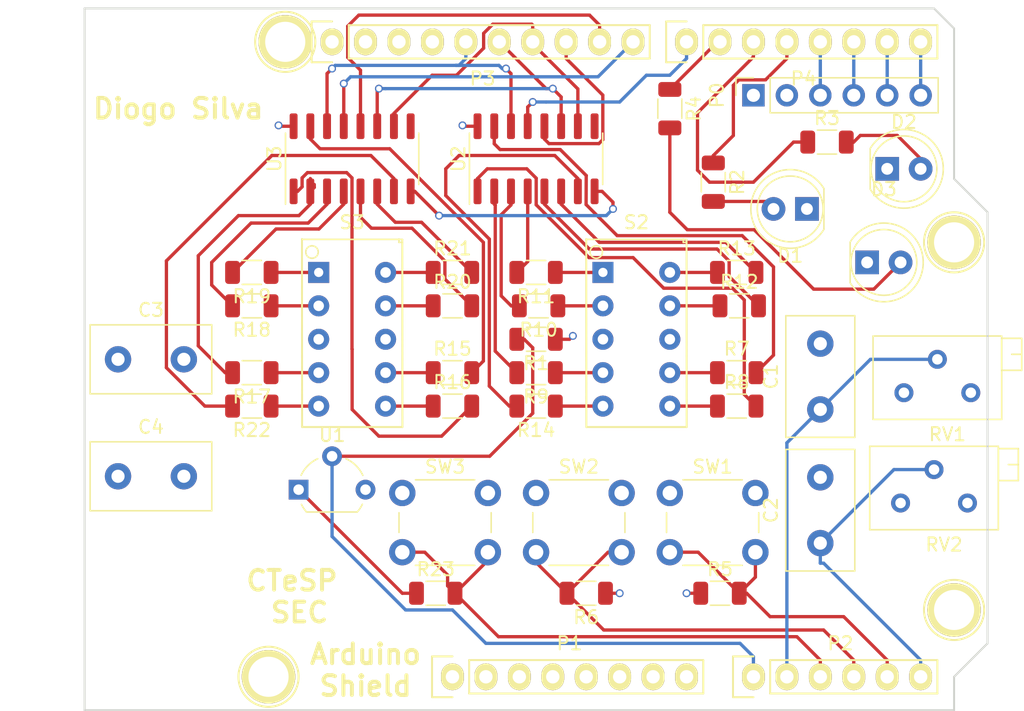
<source format=kicad_pcb>
(kicad_pcb (version 20171130) (host pcbnew "(5.1.7)-1")
  (title_block (date "lun. 30 mars 2015"))
  (layers (0 Pistas_Cima signal) (1 Layer_for_Ground power hide) (2 Layer_for_+5V power hide) (31 Pistas_Baixo signal) (34 B.Paste user) (35 F.Paste user) (36 B.SilkS user) (37 F.SilkS user) (38 B.Mask user) (39 F.Mask user) (44 Edge.Cuts user))
  (net 0 "")
  (net 1 +5V)
  (net 2 GND)
  (net 3 /Potenciometro/Pot1)
  (net 4 /Potenciometro/Pot2)
  (net 5 "Net-(D1-Pad2)")
  (net 6 "Net-(D2-Pad2)")
  (net 7 "Net-(D3-Pad2)")
  (net 8 "/Bluetooth + Serial/BT2")
  (net 9 "/Bluetooth + Serial/BT1")
  (net 10 "/Bluetooth + Serial/TX")
  (net 11 "/Bluetooth + Serial/RX")
  (net 12 "/Shield Arduino Uno/Temp")
  (net 13 /Button/Key0)
  (net 14 /Button/Key1)
  (net 15 /Button/Key2)
  (net 16 /LCD_7Segm/SData)
  (net 17 /LCD_7Segm/SClk)
  (net 18 /LCD_7Segm/Clear)
  (net 19 /LCD_7Segm/LE1)
  (net 20 "/Shield Arduino Uno/LE1")
  (net 21 /LCD_7Segm/OE2)
  (net 22 /LCD_7Segm/OE1)
  (net 23 /LED/LED2)
  (net 24 /LED/LED1)
  (net 25 /LED/LED0)
  (net 26 "Net-(R7-Pad1)")
  (net 27 "Net-(R7-Pad2)")
  (net 28 "Net-(R8-Pad2)")
  (net 29 "Net-(R8-Pad1)")
  (net 30 "Net-(R9-Pad1)")
  (net 31 "Net-(R9-Pad2)")
  (net 32 "Net-(R10-Pad1)")
  (net 33 "Net-(R10-Pad2)")
  (net 34 "Net-(R11-Pad2)")
  (net 35 "Net-(R11-Pad1)")
  (net 36 "Net-(R12-Pad2)")
  (net 37 "Net-(R12-Pad1)")
  (net 38 "Net-(R13-Pad1)")
  (net 39 "Net-(R13-Pad2)")
  (net 40 "Net-(R14-Pad2)")
  (net 41 "Net-(R14-Pad1)")
  (net 42 "Net-(R15-Pad1)")
  (net 43 "Net-(R15-Pad2)")
  (net 44 "Net-(R16-Pad2)")
  (net 45 "Net-(R16-Pad1)")
  (net 46 "Net-(R17-Pad1)")
  (net 47 "Net-(R17-Pad2)")
  (net 48 "Net-(R18-Pad1)")
  (net 49 "Net-(R18-Pad2)")
  (net 50 "Net-(R19-Pad1)")
  (net 51 "Net-(R19-Pad2)")
  (net 52 "Net-(R20-Pad2)")
  (net 53 "Net-(R20-Pad1)")
  (net 54 "Net-(R21-Pad1)")
  (net 55 "Net-(R21-Pad2)")
  (net 56 "Net-(R22-Pad2)")
  (net 57 "Net-(R22-Pad1)")
  (net 58 "Net-(P1-Pad1)")
  (net 59 "Net-(P1-Pad2)")
  (net 60 "Net-(P1-Pad3)")
  (net 61 "Net-(P1-Pad4)")
  (net 62 "Net-(P1-Pad8)")
  (net 63 "/Shield Arduino Uno/SCL")
  (net 64 "/Shield Arduino Uno/SDA")
  (net 65 "/Shield Arduino Uno/AREF")
  (net 66 "Net-(P5-Pad1)")
  (net 67 "Net-(P6-Pad1)")
  (net 68 "Net-(P7-Pad1)")
  (net 69 "Net-(P8-Pad1)")
  (net 70 "Net-(U2-Pad9)")
  (net 71 "Net-(U3-Pad9)")
  (module Package_TO_SOT_THT:TO-92L_Wide (layer Pistas_Cima) (at 127.254 109.601)
    (fp_text reference U1 (at 2.55 -4.15) (layer F.SilkS))
    (fp_text value DS1820)
    (pad 2 thru_hole circle (at 2.54 -2.54) (size 1.5 1.5) (drill 0.8) (layers *.Cu *.Mask) (net 12 "/Shield Arduino Uno/Temp"))
    (pad 3 thru_hole circle (at 5.08 0) (size 1.5 1.5) (drill 0.8) (layers *.Cu *.Mask) (net 1 +5V))
    (pad 1 thru_hole rect (at 0 0) (size 1.5 1.5) (drill 0.8) (layers *.Cu *.Mask) (net 2 GND))
  )
  (module Resistor_SMD:R_1206_3216Metric (layer Pistas_Cima) (at 145.288 98.171 180)
    (fp_text reference R1 (at 0 -1.82) (layer F.SilkS))
    (fp_text value 4K7)
    (pad 1 smd roundrect (at -1.4625 0 180) (size 1.125 1.75) (layers Pistas_Cima F.Paste F.Mask) (roundrect_rratio 0.222222) (net 1 +5V))
    (pad 2 smd roundrect (at 1.4625 0 180) (size 1.125 1.75) (layers Pistas_Cima F.Paste F.Mask) (roundrect_rratio 0.222222) (net 12 "/Shield Arduino Uno/Temp"))
  )
  (module Resistor_SMD:R_1206_3216Metric (layer Pistas_Cima) (at 123.698 95.631 180)
    (fp_text reference R18 (at 0 -1.82) (layer F.SilkS))
    (fp_text value 270)
    (pad 1 smd roundrect (at -1.4625 0 180) (size 1.125 1.75) (layers Pistas_Cima F.Paste F.Mask) (roundrect_rratio 0.222222) (net 48 "Net-(R18-Pad1)"))
    (pad 2 smd roundrect (at 1.4625 0 180) (size 1.125 1.75) (layers Pistas_Cima F.Paste F.Mask) (roundrect_rratio 0.222222) (net 49 "Net-(R18-Pad2)"))
  )
  (module LED_THT:LED_D5.0mm (layer Pistas_Cima) (at 165.862 88.265 180)
    (fp_text reference D1 (at 1.27 -3.56) (layer F.SilkS))
    (fp_text value Green)
    (pad 2 thru_hole circle (at 2.54 0 180) (size 1.8 1.8) (drill 0.9) (layers *.Cu *.Mask) (net 5 "Net-(D1-Pad2)"))
    (pad 1 thru_hole rect (at 0 0 180) (size 1.8 1.8) (drill 0.9) (layers *.Cu *.Mask) (net 2 GND))
  )
  (module LED_THT:LED_D5.0mm (layer Pistas_Cima) (at 171.958 85.217)
    (fp_text reference D2 (at 1.27 -3.56) (layer F.SilkS))
    (fp_text value Yellow)
    (pad 2 thru_hole circle (at 2.54 0) (size 1.8 1.8) (drill 0.9) (layers *.Cu *.Mask) (net 6 "Net-(D2-Pad2)"))
    (pad 1 thru_hole rect (at 0 0) (size 1.8 1.8) (drill 0.9) (layers *.Cu *.Mask) (net 2 GND))
  )
  (module LED_THT:LED_D5.0mm (layer Pistas_Cima) (at 170.434 92.329)
    (fp_text reference D3 (at 1.27 -5.56) (layer F.SilkS))
    (fp_text value RED)
    (pad 2 thru_hole circle (at 2.54 0) (size 1.8 1.8) (drill 0.9) (layers *.Cu *.Mask) (net 7 "Net-(D3-Pad2)"))
    (pad 1 thru_hole rect (at 0 0) (size 1.8 1.8) (drill 0.9) (layers *.Cu *.Mask) (net 2 GND))
  )
  (module Package_SO:SOIC-16_3.9x9.9mm_P1.27mm (layer Pistas_Cima) (at 145.288 84.455 90)
    (fp_text reference U2 (at 0 -5.9 90) (layer F.SilkS))
    (fp_text value 74HC595)
    (pad 1 smd roundrect (at -2.475 -4.445 90) (size 1.95 0.6) (layers Pistas_Cima F.Paste F.Mask) (net 28 "Net-(R8-Pad2)"))
    (pad 2 smd roundrect (at -2.475 -3.175 90) (size 1.95 0.6) (layers Pistas_Cima F.Paste F.Mask) (net 31 "Net-(R9-Pad2)"))
    (pad 3 smd roundrect (at -2.475 -1.905 90) (size 1.95 0.6) (layers Pistas_Cima F.Paste F.Mask) (net 33 "Net-(R10-Pad2)"))
    (pad 4 smd roundrect (at -2.475 -0.635 90) (size 1.95 0.6) (layers Pistas_Cima F.Paste F.Mask) (net 34 "Net-(R11-Pad2)"))
    (pad 5 smd roundrect (at -2.475 0.635 90) (size 1.95 0.6) (layers Pistas_Cima F.Paste F.Mask) (net 36 "Net-(R12-Pad2)"))
    (pad 6 smd roundrect (at -2.475 1.905 90) (size 1.95 0.6) (layers Pistas_Cima F.Paste F.Mask) (net 39 "Net-(R13-Pad2)"))
    (pad 7 smd roundrect (at -2.475 3.175 90) (size 1.95 0.6) (layers Pistas_Cima F.Paste F.Mask) (net 40 "Net-(R14-Pad2)"))
    (pad 8 smd roundrect (at -2.475 4.445 90) (size 1.95 0.6) (layers Pistas_Cima F.Paste F.Mask) (net 2 GND))
    (pad 9 smd roundrect (at 2.475 4.445 90) (size 1.95 0.6) (layers Pistas_Cima F.Paste F.Mask) (net 70 "Net-(U2-Pad9)"))
    (pad 10 smd roundrect (at 2.475 3.175 90) (size 1.95 0.6) (layers Pistas_Cima F.Paste F.Mask) (net 18 /LCD_7Segm/Clear))
    (pad 11 smd roundrect (at 2.475 1.905 90) (size 1.95 0.6) (layers Pistas_Cima F.Paste F.Mask) (net 17 /LCD_7Segm/SClk))
    (pad 12 smd roundrect (at 2.475 0.635 90) (size 1.95 0.6) (layers Pistas_Cima F.Paste F.Mask) (net 19 /LCD_7Segm/LE1))
    (pad 13 smd roundrect (at 2.475 -0.635 90) (size 1.95 0.6) (layers Pistas_Cima F.Paste F.Mask) (net 22 /LCD_7Segm/OE1))
    (pad 14 smd roundrect (at 2.475 -1.905 90) (size 1.95 0.6) (layers Pistas_Cima F.Paste F.Mask) (net 16 /LCD_7Segm/SData))
    (pad 15 smd roundrect (at 2.475 -3.175 90) (size 1.95 0.6) (layers Pistas_Cima F.Paste F.Mask) (net 27 "Net-(R7-Pad2)"))
    (pad 16 smd roundrect (at 2.475 -4.445 90) (size 1.95 0.6) (layers Pistas_Cima F.Paste F.Mask) (net 1 +5V))
  )
  (module Capacitor_THT:C_Disc_D9.0mm_W5.0mm_P5.00mm (layer Pistas_Cima) (at 113.538 99.695)
    (fp_text reference C3 (at 2.5 -3.75) (layer F.SilkS))
    (fp_text value 100nF)
    (pad 2 thru_hole circle (at 5 0) (size 2 2) (drill 1) (layers *.Cu *.Mask) (net 2 GND))
    (pad 1 thru_hole circle (at 0 0) (size 2 2) (drill 1) (layers *.Cu *.Mask) (net 1 +5V))
  )
  (module Socket_Arduino_Uno:Socket_Strip_Arduino_1x08 (layer Pistas_Cima) (at 138.938 123.825)
    (fp_text reference P1 (at 8.89 -2.54) (layer F.SilkS))
    (fp_text value Power)
    (pad 1 thru_hole oval (at 0 0) (size 1.7272 2.032) (drill 1.016) (layers *.Cu *.Mask F.SilkS) (net 58 "Net-(P1-Pad1)"))
    (pad 2 thru_hole oval (at 2.54 0) (size 1.7272 2.032) (drill 1.016) (layers *.Cu *.Mask F.SilkS) (net 59 "Net-(P1-Pad2)"))
    (pad 3 thru_hole oval (at 5.08 0) (size 1.7272 2.032) (drill 1.016) (layers *.Cu *.Mask F.SilkS) (net 60 "Net-(P1-Pad3)"))
    (pad 4 thru_hole oval (at 7.62 0) (size 1.7272 2.032) (drill 1.016) (layers *.Cu *.Mask F.SilkS) (net 61 "Net-(P1-Pad4)"))
    (pad 5 thru_hole oval (at 10.16 0) (size 1.7272 2.032) (drill 1.016) (layers *.Cu *.Mask F.SilkS) (net 1 +5V))
    (pad 6 thru_hole oval (at 12.7 0) (size 1.7272 2.032) (drill 1.016) (layers *.Cu *.Mask F.SilkS) (net 2 GND))
    (pad 7 thru_hole oval (at 15.24 0) (size 1.7272 2.032) (drill 1.016) (layers *.Cu *.Mask F.SilkS) (net 2 GND))
    (pad 8 thru_hole oval (at 17.78 0) (size 1.7272 2.032) (drill 1.016) (layers *.Cu *.Mask F.SilkS) (net 62 "Net-(P1-Pad8)"))
  )
  (module Socket_Arduino_Uno:Socket_Strip_Arduino_1x06 (layer Pistas_Cima) (at 161.798 123.825)
    (fp_text reference P2 (at 6.604 -2.54) (layer F.SilkS))
    (fp_text value Analog)
    (pad 1 thru_hole oval (at 0 0) (size 1.7272 2.032) (drill 1.016) (layers *.Cu *.Mask F.SilkS) (net 12 "/Shield Arduino Uno/Temp"))
    (pad 2 thru_hole oval (at 2.54 0) (size 1.7272 2.032) (drill 1.016) (layers *.Cu *.Mask F.SilkS) (net 3 /Potenciometro/Pot1))
    (pad 3 thru_hole oval (at 5.08 0) (size 1.7272 2.032) (drill 1.016) (layers *.Cu *.Mask F.SilkS) (net 13 /Button/Key0))
    (pad 4 thru_hole oval (at 7.62 0) (size 1.7272 2.032) (drill 1.016) (layers *.Cu *.Mask F.SilkS) (net 14 /Button/Key1))
    (pad 5 thru_hole oval (at 10.16 0) (size 1.7272 2.032) (drill 1.016) (layers *.Cu *.Mask F.SilkS) (net 15 /Button/Key2))
    (pad 6 thru_hole oval (at 12.7 0) (size 1.7272 2.032) (drill 1.016) (layers *.Cu *.Mask F.SilkS) (net 4 /Potenciometro/Pot2))
  )
  (module Socket_Arduino_Uno:Socket_Strip_Arduino_1x10 (layer Pistas_Cima) (at 129.794 75.565)
    (fp_text reference P3 (at 11.43 2.794) (layer F.SilkS))
    (fp_text value Digital)
    (pad 1 thru_hole oval (at 0 0) (size 1.7272 2.032) (drill 1.016) (layers *.Cu *.Mask F.SilkS) (net 63 "/Shield Arduino Uno/SCL"))
    (pad 2 thru_hole oval (at 2.54 0) (size 1.7272 2.032) (drill 1.016) (layers *.Cu *.Mask F.SilkS) (net 64 "/Shield Arduino Uno/SDA"))
    (pad 3 thru_hole oval (at 5.08 0) (size 1.7272 2.032) (drill 1.016) (layers *.Cu *.Mask F.SilkS) (net 65 "/Shield Arduino Uno/AREF"))
    (pad 4 thru_hole oval (at 7.62 0) (size 1.7272 2.032) (drill 1.016) (layers *.Cu *.Mask F.SilkS) (net 2 GND))
    (pad 5 thru_hole oval (at 10.16 0) (size 1.7272 2.032) (drill 1.016) (layers *.Cu *.Mask F.SilkS) (net 16 /LCD_7Segm/SData))
    (pad 6 thru_hole oval (at 12.7 0) (size 1.7272 2.032) (drill 1.016) (layers *.Cu *.Mask F.SilkS) (net 17 /LCD_7Segm/SClk))
    (pad 7 thru_hole oval (at 15.24 0) (size 1.7272 2.032) (drill 1.016) (layers *.Cu *.Mask F.SilkS) (net 18 /LCD_7Segm/Clear))
    (pad 8 thru_hole oval (at 17.78 0) (size 1.7272 2.032) (drill 1.016) (layers *.Cu *.Mask F.SilkS) (net 19 /LCD_7Segm/LE1))
    (pad 9 thru_hole oval (at 20.32 0) (size 1.7272 2.032) (drill 1.016) (layers *.Cu *.Mask F.SilkS) (net 20 "/Shield Arduino Uno/LE1"))
    (pad 10 thru_hole oval (at 22.86 0) (size 1.7272 2.032) (drill 1.016) (layers *.Cu *.Mask F.SilkS) (net 21 /LCD_7Segm/OE2))
  )
  (module Socket_Arduino_Uno:Socket_Strip_Arduino_1x08 (layer Pistas_Cima) (at 156.718 75.565)
    (fp_text reference P4 (at 8.89 2.794) (layer F.SilkS))
    (fp_text value Digital)
    (pad 1 thru_hole oval (at 0 0) (size 1.7272 2.032) (drill 1.016) (layers *.Cu *.Mask F.SilkS) (net 22 /LCD_7Segm/OE1))
    (pad 2 thru_hole oval (at 2.54 0) (size 1.7272 2.032) (drill 1.016) (layers *.Cu *.Mask F.SilkS) (net 23 /LED/LED2))
    (pad 3 thru_hole oval (at 5.08 0) (size 1.7272 2.032) (drill 1.016) (layers *.Cu *.Mask F.SilkS) (net 24 /LED/LED1))
    (pad 4 thru_hole oval (at 7.62 0) (size 1.7272 2.032) (drill 1.016) (layers *.Cu *.Mask F.SilkS) (net 25 /LED/LED0))
    (pad 5 thru_hole oval (at 10.16 0) (size 1.7272 2.032) (drill 1.016) (layers *.Cu *.Mask F.SilkS) (net 8 "/Bluetooth + Serial/BT2"))
    (pad 6 thru_hole oval (at 12.7 0) (size 1.7272 2.032) (drill 1.016) (layers *.Cu *.Mask F.SilkS) (net 9 "/Bluetooth + Serial/BT1"))
    (pad 7 thru_hole oval (at 15.24 0) (size 1.7272 2.032) (drill 1.016) (layers *.Cu *.Mask F.SilkS) (net 10 "/Bluetooth + Serial/TX"))
    (pad 8 thru_hole oval (at 17.78 0) (size 1.7272 2.032) (drill 1.016) (layers *.Cu *.Mask F.SilkS) (net 11 "/Bluetooth + Serial/RX"))
  )
  (module Socket_Arduino_Uno:Arduino_1pin (layer Pistas_Cima) (at 124.968 123.825)
    (fp_text reference P5 hide)
    (fp_text value CONN_01X01 hide)
    (pad 1 thru_hole circle (at 0 0) (size 4.064 4.064) (drill 3.048) (layers *.Cu *.Mask F.SilkS) (net 66 "Net-(P5-Pad1)"))
  )
  (module Socket_Arduino_Uno:Arduino_1pin (layer Pistas_Cima) (at 177.038 118.745)
    (fp_text reference P6 hide)
    (fp_text value CONN_01X01 hide)
    (pad 1 thru_hole circle (at 0 0) (size 4.064 4.064) (drill 3.048) (layers *.Cu *.Mask F.SilkS) (net 67 "Net-(P6-Pad1)"))
  )
  (module Socket_Arduino_Uno:Arduino_1pin (layer Pistas_Cima) (at 126.238 75.565)
    (fp_text reference P7 hide)
    (fp_text value CONN_01X01 hide)
    (pad 1 thru_hole circle (at 0 0) (size 4.064 4.064) (drill 3.048) (layers *.Cu *.Mask F.SilkS) (net 68 "Net-(P7-Pad1)"))
  )
  (module Socket_Arduino_Uno:Arduino_1pin (layer Pistas_Cima) (at 177.038 90.805)
    (fp_text reference P8 hide)
    (fp_text value CONN_01X01 hide)
    (pad 1 thru_hole circle (at 0 0) (size 4.064 4.064) (drill 3.048) (layers *.Cu *.Mask F.SilkS) (net 69 "Net-(P8-Pad1)"))
  )
  (module Capacitor_THT:C_Disc_D9.0mm_W5.0mm_P5.00mm (layer Pistas_Cima) (at 166.878 103.505 90)
    (fp_text reference C1 (at 2.5 -3.75 90) (layer F.SilkS))
    (fp_text value 100nF)
    (pad 1 thru_hole circle (at 0 0 90) (size 2 2) (drill 1) (layers *.Cu *.Mask) (net 3 /Potenciometro/Pot1))
    (pad 2 thru_hole circle (at 5 0 90) (size 2 2) (drill 1) (layers *.Cu *.Mask) (net 2 GND))
  )
  (module Capacitor_THT:C_Disc_D9.0mm_W5.0mm_P5.00mm (layer Pistas_Cima) (at 166.878 113.665 90)
    (fp_text reference C2 (at 2.5 -3.75 90) (layer F.SilkS))
    (fp_text value 100nF)
    (pad 2 thru_hole circle (at 5 0 90) (size 2 2) (drill 1) (layers *.Cu *.Mask) (net 2 GND))
    (pad 1 thru_hole circle (at 0 0 90) (size 2 2) (drill 1) (layers *.Cu *.Mask) (net 4 /Potenciometro/Pot2))
  )
  (module Capacitor_THT:C_Disc_D9.0mm_W5.0mm_P5.00mm (layer Pistas_Cima) (at 113.538 108.585)
    (fp_text reference C4 (at 2.5 -3.75) (layer F.SilkS))
    (fp_text value 100nF)
    (pad 1 thru_hole circle (at 0 0) (size 2 2) (drill 1) (layers *.Cu *.Mask) (net 1 +5V))
    (pad 2 thru_hole circle (at 5 0) (size 2 2) (drill 1) (layers *.Cu *.Mask) (net 2 GND))
  )
  (module Connector_PinSocket_2.54mm:PinSocket_1x06_P2.54mm_Vertical (layer Pistas_Cima) (at 161.798 79.629 90)
    (fp_text reference P0 (at 0 -2.77 90) (layer F.SilkS))
    (fp_text value "Bluetooth + Serial")
    (pad 1 thru_hole rect (at 0 0 90) (size 1.7 1.7) (drill 1) (layers *.Cu *.Mask) (net 1 +5V))
    (pad 2 thru_hole oval (at 0 2.54 90) (size 1.7 1.7) (drill 1) (layers *.Cu *.Mask) (net 2 GND))
    (pad 3 thru_hole oval (at 0 5.08 90) (size 1.7 1.7) (drill 1) (layers *.Cu *.Mask) (net 8 "/Bluetooth + Serial/BT2"))
    (pad 4 thru_hole oval (at 0 7.62 90) (size 1.7 1.7) (drill 1) (layers *.Cu *.Mask) (net 9 "/Bluetooth + Serial/BT1"))
    (pad 5 thru_hole oval (at 0 10.16 90) (size 1.7 1.7) (drill 1) (layers *.Cu *.Mask) (net 10 "/Bluetooth + Serial/TX"))
    (pad 6 thru_hole oval (at 0 12.7 90) (size 1.7 1.7) (drill 1) (layers *.Cu *.Mask) (net 11 "/Bluetooth + Serial/RX"))
  )
  (module Resistor_SMD:R_1206_3216Metric (layer Pistas_Cima) (at 158.75 86.233 270)
    (fp_text reference R2 (at 0 -1.82 90) (layer F.SilkS))
    (fp_text value 270)
    (pad 2 smd roundrect (at 1.4625 0 270) (size 1.125 1.75) (layers Pistas_Cima F.Paste F.Mask) (roundrect_rratio 0.222222) (net 5 "Net-(D1-Pad2)"))
    (pad 1 smd roundrect (at -1.4625 0 270) (size 1.125 1.75) (layers Pistas_Cima F.Paste F.Mask) (roundrect_rratio 0.222222) (net 25 /LED/LED0))
  )
  (module Resistor_SMD:R_1206_3216Metric (layer Pistas_Cima) (at 167.386 83.185)
    (fp_text reference R3 (at 0 -1.82) (layer F.SilkS))
    (fp_text value 270)
    (pad 1 smd roundrect (at -1.4625 0) (size 1.125 1.75) (layers Pistas_Cima F.Paste F.Mask) (roundrect_rratio 0.222222) (net 24 /LED/LED1))
    (pad 2 smd roundrect (at 1.4625 0) (size 1.125 1.75) (layers Pistas_Cima F.Paste F.Mask) (roundrect_rratio 0.222222) (net 6 "Net-(D2-Pad2)"))
  )
  (module Resistor_SMD:R_1206_3216Metric (layer Pistas_Cima) (at 155.448 80.645 270)
    (fp_text reference R4 (at 0 -1.82 90) (layer F.SilkS))
    (fp_text value 270)
    (pad 2 smd roundrect (at 1.4625 0 270) (size 1.125 1.75) (layers Pistas_Cima F.Paste F.Mask) (roundrect_rratio 0.222222) (net 7 "Net-(D3-Pad2)"))
    (pad 1 smd roundrect (at -1.4625 0 270) (size 1.125 1.75) (layers Pistas_Cima F.Paste F.Mask) (roundrect_rratio 0.222222) (net 23 /LED/LED2))
  )
  (module Resistor_SMD:R_1206_3216Metric (layer Pistas_Cima) (at 159.258 117.475)
    (fp_text reference R5 (at 0 -1.82) (layer F.SilkS))
    (fp_text value 4K7)
    (pad 2 smd roundrect (at 1.4625 0) (size 1.125 1.75) (layers Pistas_Cima F.Paste F.Mask) (roundrect_rratio 0.222222) (net 15 /Button/Key2))
    (pad 1 smd roundrect (at -1.4625 0) (size 1.125 1.75) (layers Pistas_Cima F.Paste F.Mask) (roundrect_rratio 0.222222) (net 2 GND))
  )
  (module Resistor_SMD:R_1206_3216Metric (layer Pistas_Cima) (at 149.098 117.475 180)
    (fp_text reference R6 (at 0 -1.82) (layer F.SilkS))
    (fp_text value 4K7)
    (pad 2 smd roundrect (at 1.4625 0 180) (size 1.125 1.75) (layers Pistas_Cima F.Paste F.Mask) (roundrect_rratio 0.222222) (net 14 /Button/Key1))
    (pad 1 smd roundrect (at -1.4625 0 180) (size 1.125 1.75) (layers Pistas_Cima F.Paste F.Mask) (roundrect_rratio 0.222222) (net 2 GND))
  )
  (module Resistor_SMD:R_1206_3216Metric (layer Pistas_Cima) (at 160.528 100.711)
    (fp_text reference R7 (at 0 -1.82) (layer F.SilkS))
    (fp_text value 270)
    (pad 1 smd roundrect (at -1.4625 0) (size 1.125 1.75) (layers Pistas_Cima F.Paste F.Mask) (roundrect_rratio 0.222222) (net 26 "Net-(R7-Pad1)"))
    (pad 2 smd roundrect (at 1.4625 0) (size 1.125 1.75) (layers Pistas_Cima F.Paste F.Mask) (roundrect_rratio 0.222222) (net 27 "Net-(R7-Pad2)"))
  )
  (module Resistor_SMD:R_1206_3216Metric (layer Pistas_Cima) (at 160.528 103.251)
    (fp_text reference R8 (at 0 -1.82) (layer F.SilkS))
    (fp_text value 270)
    (pad 2 smd roundrect (at 1.4625 0) (size 1.125 1.75) (layers Pistas_Cima F.Paste F.Mask) (roundrect_rratio 0.222222) (net 28 "Net-(R8-Pad2)"))
    (pad 1 smd roundrect (at -1.4625 0) (size 1.125 1.75) (layers Pistas_Cima F.Paste F.Mask) (roundrect_rratio 0.222222) (net 29 "Net-(R8-Pad1)"))
  )
  (module Resistor_SMD:R_1206_3216Metric (layer Pistas_Cima) (at 145.288 100.711 180)
    (fp_text reference R9 (at 0 -1.82) (layer F.SilkS))
    (fp_text value 270)
    (pad 1 smd roundrect (at -1.4625 0 180) (size 1.125 1.75) (layers Pistas_Cima F.Paste F.Mask) (roundrect_rratio 0.222222) (net 30 "Net-(R9-Pad1)"))
    (pad 2 smd roundrect (at 1.4625 0 180) (size 1.125 1.75) (layers Pistas_Cima F.Paste F.Mask) (roundrect_rratio 0.222222) (net 31 "Net-(R9-Pad2)"))
  )
  (module Resistor_SMD:R_1206_3216Metric (layer Pistas_Cima) (at 145.4805 95.631 180)
    (fp_text reference R10 (at 0 -1.82) (layer F.SilkS))
    (fp_text value 270)
    (pad 1 smd roundrect (at -1.4625 0 180) (size 1.125 1.75) (layers Pistas_Cima F.Paste F.Mask) (roundrect_rratio 0.222222) (net 32 "Net-(R10-Pad1)"))
    (pad 2 smd roundrect (at 1.4625 0 180) (size 1.125 1.75) (layers Pistas_Cima F.Paste F.Mask) (roundrect_rratio 0.222222) (net 33 "Net-(R10-Pad2)"))
  )
  (module Resistor_SMD:R_1206_3216Metric (layer Pistas_Cima) (at 145.288 93.091 180)
    (fp_text reference R11 (at 0 -1.82) (layer F.SilkS))
    (fp_text value 270)
    (pad 2 smd roundrect (at 1.4625 0 180) (size 1.125 1.75) (layers Pistas_Cima F.Paste F.Mask) (roundrect_rratio 0.222222) (net 34 "Net-(R11-Pad2)"))
    (pad 1 smd roundrect (at -1.4625 0 180) (size 1.125 1.75) (layers Pistas_Cima F.Paste F.Mask) (roundrect_rratio 0.222222) (net 35 "Net-(R11-Pad1)"))
  )
  (module Resistor_SMD:R_1206_3216Metric (layer Pistas_Cima) (at 160.7205 95.631)
    (fp_text reference R12 (at 0 -1.82) (layer F.SilkS))
    (fp_text value 270)
    (pad 2 smd roundrect (at 1.4625 0) (size 1.125 1.75) (layers Pistas_Cima F.Paste F.Mask) (roundrect_rratio 0.222222) (net 36 "Net-(R12-Pad2)"))
    (pad 1 smd roundrect (at -1.4625 0) (size 1.125 1.75) (layers Pistas_Cima F.Paste F.Mask) (roundrect_rratio 0.222222) (net 37 "Net-(R12-Pad1)"))
  )
  (module Resistor_SMD:R_1206_3216Metric (layer Pistas_Cima) (at 160.528 93.091)
    (fp_text reference R13 (at 0 -1.82) (layer F.SilkS))
    (fp_text value 270)
    (pad 1 smd roundrect (at -1.4625 0) (size 1.125 1.75) (layers Pistas_Cima F.Paste F.Mask) (roundrect_rratio 0.222222) (net 38 "Net-(R13-Pad1)"))
    (pad 2 smd roundrect (at 1.4625 0) (size 1.125 1.75) (layers Pistas_Cima F.Paste F.Mask) (roundrect_rratio 0.222222) (net 39 "Net-(R13-Pad2)"))
  )
  (module Resistor_SMD:R_1206_3216Metric (layer Pistas_Cima) (at 145.288 103.251 180)
    (fp_text reference R14 (at 0 -1.82) (layer F.SilkS))
    (fp_text value 270)
    (pad 2 smd roundrect (at 1.4625 0 180) (size 1.125 1.75) (layers Pistas_Cima F.Paste F.Mask) (roundrect_rratio 0.222222) (net 40 "Net-(R14-Pad2)"))
    (pad 1 smd roundrect (at -1.4625 0 180) (size 1.125 1.75) (layers Pistas_Cima F.Paste F.Mask) (roundrect_rratio 0.222222) (net 41 "Net-(R14-Pad1)"))
  )
  (module Resistor_SMD:R_1206_3216Metric (layer Pistas_Cima) (at 138.938 100.711)
    (fp_text reference R15 (at 0 -1.82) (layer F.SilkS))
    (fp_text value 270)
    (pad 1 smd roundrect (at -1.4625 0) (size 1.125 1.75) (layers Pistas_Cima F.Paste F.Mask) (roundrect_rratio 0.222222) (net 42 "Net-(R15-Pad1)"))
    (pad 2 smd roundrect (at 1.4625 0) (size 1.125 1.75) (layers Pistas_Cima F.Paste F.Mask) (roundrect_rratio 0.222222) (net 43 "Net-(R15-Pad2)"))
  )
  (module Resistor_SMD:R_1206_3216Metric (layer Pistas_Cima) (at 138.938 103.251)
    (fp_text reference R16 (at 0 -1.82) (layer F.SilkS))
    (fp_text value 270)
    (pad 2 smd roundrect (at 1.4625 0) (size 1.125 1.75) (layers Pistas_Cima F.Paste F.Mask) (roundrect_rratio 0.222222) (net 44 "Net-(R16-Pad2)"))
    (pad 1 smd roundrect (at -1.4625 0) (size 1.125 1.75) (layers Pistas_Cima F.Paste F.Mask) (roundrect_rratio 0.222222) (net 45 "Net-(R16-Pad1)"))
  )
  (module Resistor_SMD:R_1206_3216Metric (layer Pistas_Cima) (at 123.698 100.711 180)
    (fp_text reference R17 (at 0 -1.82) (layer F.SilkS))
    (fp_text value 270)
    (pad 1 smd roundrect (at -1.4625 0 180) (size 1.125 1.75) (layers Pistas_Cima F.Paste F.Mask) (roundrect_rratio 0.222222) (net 46 "Net-(R17-Pad1)"))
    (pad 2 smd roundrect (at 1.4625 0 180) (size 1.125 1.75) (layers Pistas_Cima F.Paste F.Mask) (roundrect_rratio 0.222222) (net 47 "Net-(R17-Pad2)"))
  )
  (module Resistor_SMD:R_1206_3216Metric (layer Pistas_Cima) (at 123.698 93.091 180)
    (fp_text reference R19 (at 0 -1.82) (layer F.SilkS))
    (fp_text value 270)
    (pad 1 smd roundrect (at -1.4625 0 180) (size 1.125 1.75) (layers Pistas_Cima F.Paste F.Mask) (roundrect_rratio 0.222222) (net 50 "Net-(R19-Pad1)"))
    (pad 2 smd roundrect (at 1.4625 0 180) (size 1.125 1.75) (layers Pistas_Cima F.Paste F.Mask) (roundrect_rratio 0.222222) (net 51 "Net-(R19-Pad2)"))
  )
  (module Resistor_SMD:R_1206_3216Metric (layer Pistas_Cima) (at 138.938 95.631)
    (fp_text reference R20 (at 0 -1.82) (layer F.SilkS))
    (fp_text value 270)
    (pad 2 smd roundrect (at 1.4625 0) (size 1.125 1.75) (layers Pistas_Cima F.Paste F.Mask) (roundrect_rratio 0.222222) (net 52 "Net-(R20-Pad2)"))
    (pad 1 smd roundrect (at -1.4625 0) (size 1.125 1.75) (layers Pistas_Cima F.Paste F.Mask) (roundrect_rratio 0.222222) (net 53 "Net-(R20-Pad1)"))
  )
  (module Resistor_SMD:R_1206_3216Metric (layer Pistas_Cima) (at 138.938 93.091)
    (fp_text reference R21 (at 0 -1.82) (layer F.SilkS))
    (fp_text value 270)
    (pad 1 smd roundrect (at -1.4625 0) (size 1.125 1.75) (layers Pistas_Cima F.Paste F.Mask) (roundrect_rratio 0.222222) (net 54 "Net-(R21-Pad1)"))
    (pad 2 smd roundrect (at 1.4625 0) (size 1.125 1.75) (layers Pistas_Cima F.Paste F.Mask) (roundrect_rratio 0.222222) (net 55 "Net-(R21-Pad2)"))
  )
  (module Resistor_SMD:R_1206_3216Metric (layer Pistas_Cima) (at 123.698 103.251 180)
    (fp_text reference R22 (at 0 -1.82) (layer F.SilkS))
    (fp_text value 270)
    (pad 2 smd roundrect (at 1.4625 0 180) (size 1.125 1.75) (layers Pistas_Cima F.Paste F.Mask) (roundrect_rratio 0.222222) (net 56 "Net-(R22-Pad2)"))
    (pad 1 smd roundrect (at -1.4625 0 180) (size 1.125 1.75) (layers Pistas_Cima F.Paste F.Mask) (roundrect_rratio 0.222222) (net 57 "Net-(R22-Pad1)"))
  )
  (module Resistor_SMD:R_1206_3216Metric (layer Pistas_Cima) (at 137.668 117.475)
    (fp_text reference R23 (at 0 -1.82) (layer F.SilkS))
    (fp_text value 4K7)
    (pad 1 smd roundrect (at -1.4625 0) (size 1.125 1.75) (layers Pistas_Cima F.Paste F.Mask) (roundrect_rratio 0.222222) (net 2 GND))
    (pad 2 smd roundrect (at 1.4625 0) (size 1.125 1.75) (layers Pistas_Cima F.Paste F.Mask) (roundrect_rratio 0.222222) (net 13 /Button/Key0))
  )
  (module Potentiometer_THT:Potentiometer_Bourns_3299Z_Horizontal (layer Pistas_Cima) (at 173.228 102.235 180)
    (fp_text reference RV1 (at -3.3 -3.16) (layer F.SilkS))
    (fp_text value POT)
    (pad 3 thru_hole circle (at -5.08 0 180) (size 1.44 1.44) (drill 0.8) (layers *.Cu *.Mask) (net 1 +5V))
    (pad 2 thru_hole circle (at -2.54 2.54 180) (size 1.44 1.44) (drill 0.8) (layers *.Cu *.Mask) (net 3 /Potenciometro/Pot1))
    (pad 1 thru_hole circle (at 0 0 180) (size 1.44 1.44) (drill 0.8) (layers *.Cu *.Mask) (net 2 GND))
  )
  (module Potentiometer_THT:Potentiometer_Bourns_3299Z_Horizontal (layer Pistas_Cima) (at 172.974 110.617 180)
    (fp_text reference RV2 (at -3.3 -3.16) (layer F.SilkS))
    (fp_text value POT)
    (pad 1 thru_hole circle (at 0 0 180) (size 1.44 1.44) (drill 0.8) (layers *.Cu *.Mask) (net 1 +5V))
    (pad 2 thru_hole circle (at -2.54 2.54 180) (size 1.44 1.44) (drill 0.8) (layers *.Cu *.Mask) (net 4 /Potenciometro/Pot2))
    (pad 3 thru_hole circle (at -5.08 0 180) (size 1.44 1.44) (drill 0.8) (layers *.Cu *.Mask) (net 2 GND))
  )
  (module Lab5-Diogo_Silva:7Segments11 (layer Pistas_Cima) (at 152.908 90.551)
    (fp_text reference S2 (at 0 -1.27) (layer F.SilkS))
    (fp_text value LCD_7Segmentos)
    (pad 8 thru_hole circle (at 2.54 7.62) (size 1.6 1.6) (drill 0.8) (layers *.Cu *.Mask) (net 1 +5V))
    (pad 1 thru_hole rect (at -2.54 2.54) (size 1.6 1.6) (drill 0.7) (layers *.Cu *.Mask) (net 35 "Net-(R11-Pad1)"))
    (pad 5 thru_hole circle (at -2.54 12.7) (size 1.6 1.6) (drill 0.8) (layers *.Cu *.Mask) (net 41 "Net-(R14-Pad1)"))
    (pad 6 thru_hole circle (at 2.54 12.7) (size 1.6 1.6) (drill 0.8) (layers *.Cu *.Mask) (net 29 "Net-(R8-Pad1)"))
    (pad 10 thru_hole circle (at 2.54 2.54) (size 1.6 1.6) (drill 0.8) (layers *.Cu *.Mask) (net 38 "Net-(R13-Pad1)"))
    (pad 9 thru_hole circle (at 2.54 5.08) (size 1.6 1.6) (drill 0.8) (layers *.Cu *.Mask) (net 37 "Net-(R12-Pad1)"))
    (pad 4 thru_hole circle (at -2.54 10.16) (size 1.6 1.6) (drill 0.8) (layers *.Cu *.Mask) (net 30 "Net-(R9-Pad1)"))
    (pad 7 thru_hole circle (at 2.54 10.16) (size 1.6 1.6) (drill 0.8) (layers *.Cu *.Mask) (net 26 "Net-(R7-Pad1)"))
    (pad 3 thru_hole circle (at -2.54 7.62) (size 1.6 1.6) (drill 0.8) (layers *.Cu *.Mask) (net 1 +5V))
    (pad 2 thru_hole circle (at -2.54 5.08) (size 1.6 1.6) (drill 0.8) (layers *.Cu *.Mask) (net 32 "Net-(R10-Pad1)"))
  )
  (module Lab5-Diogo_Silva:7Segments11 (layer Pistas_Cima) (at 131.318 90.551)
    (fp_text reference S3 (at 0 -1.27) (layer F.SilkS))
    (fp_text value LCD_7Segmentos)
    (pad 2 thru_hole circle (at -2.54 5.08) (size 1.6 1.6) (drill 0.8) (layers *.Cu *.Mask) (net 48 "Net-(R18-Pad1)"))
    (pad 3 thru_hole circle (at -2.54 7.62) (size 1.6 1.6) (drill 0.8) (layers *.Cu *.Mask) (net 1 +5V))
    (pad 7 thru_hole circle (at 2.54 10.16) (size 1.6 1.6) (drill 0.8) (layers *.Cu *.Mask) (net 42 "Net-(R15-Pad1)"))
    (pad 4 thru_hole circle (at -2.54 10.16) (size 1.6 1.6) (drill 0.8) (layers *.Cu *.Mask) (net 46 "Net-(R17-Pad1)"))
    (pad 9 thru_hole circle (at 2.54 5.08) (size 1.6 1.6) (drill 0.8) (layers *.Cu *.Mask) (net 53 "Net-(R20-Pad1)"))
    (pad 10 thru_hole circle (at 2.54 2.54) (size 1.6 1.6) (drill 0.8) (layers *.Cu *.Mask) (net 54 "Net-(R21-Pad1)"))
    (pad 6 thru_hole circle (at 2.54 12.7) (size 1.6 1.6) (drill 0.8) (layers *.Cu *.Mask) (net 45 "Net-(R16-Pad1)"))
    (pad 5 thru_hole circle (at -2.54 12.7) (size 1.6 1.6) (drill 0.8) (layers *.Cu *.Mask) (net 57 "Net-(R22-Pad1)"))
    (pad 1 thru_hole rect (at -2.54 2.54) (size 1.6 1.6) (drill 0.7) (layers *.Cu *.Mask) (net 50 "Net-(R19-Pad1)"))
    (pad 8 thru_hole circle (at 2.54 7.62) (size 1.6 1.6) (drill 0.8) (layers *.Cu *.Mask) (net 1 +5V))
  )
  (module Button_Switch_THT:SW_PUSH_6mm_H4.3mm (layer Pistas_Cima) (at 155.448 109.855)
    (fp_text reference SW1 (at 3.25 -2) (layer F.SilkS))
    (fp_text value SW_Push)
    (pad 2 thru_hole circle (at 0 4.5 90) (size 2 2) (drill 1.1) (layers *.Cu *.Mask) (net 15 /Button/Key2))
    (pad 1 thru_hole circle (at 0 0 90) (size 2 2) (drill 1.1) (layers *.Cu *.Mask) (net 1 +5V))
    (pad 2 thru_hole circle (at 6.5 4.5 90) (size 2 2) (drill 1.1) (layers *.Cu *.Mask) (net 15 /Button/Key2))
    (pad 1 thru_hole circle (at 6.5 0 90) (size 2 2) (drill 1.1) (layers *.Cu *.Mask) (net 1 +5V))
  )
  (module Button_Switch_THT:SW_PUSH_6mm_H4.3mm (layer Pistas_Cima) (at 145.288 109.855)
    (fp_text reference SW2 (at 3.25 -2) (layer F.SilkS))
    (fp_text value SW_Push)
    (pad 1 thru_hole circle (at 6.5 0 90) (size 2 2) (drill 1.1) (layers *.Cu *.Mask) (net 1 +5V))
    (pad 2 thru_hole circle (at 6.5 4.5 90) (size 2 2) (drill 1.1) (layers *.Cu *.Mask) (net 14 /Button/Key1))
    (pad 1 thru_hole circle (at 0 0 90) (size 2 2) (drill 1.1) (layers *.Cu *.Mask) (net 1 +5V))
    (pad 2 thru_hole circle (at 0 4.5 90) (size 2 2) (drill 1.1) (layers *.Cu *.Mask) (net 14 /Button/Key1))
  )
  (module Button_Switch_THT:SW_PUSH_6mm_H4.3mm (layer Pistas_Cima) (at 135.128 109.855)
    (fp_text reference SW3 (at 3.25 -2) (layer F.SilkS))
    (fp_text value SW_Push)
    (pad 2 thru_hole circle (at 0 4.5 90) (size 2 2) (drill 1.1) (layers *.Cu *.Mask) (net 13 /Button/Key0))
    (pad 1 thru_hole circle (at 0 0 90) (size 2 2) (drill 1.1) (layers *.Cu *.Mask) (net 1 +5V))
    (pad 2 thru_hole circle (at 6.5 4.5 90) (size 2 2) (drill 1.1) (layers *.Cu *.Mask) (net 13 /Button/Key0))
    (pad 1 thru_hole circle (at 6.5 0 90) (size 2 2) (drill 1.1) (layers *.Cu *.Mask) (net 1 +5V))
  )
  (module Package_SO:SOIC-16_3.9x9.9mm_P1.27mm (layer Pistas_Cima) (at 131.318 84.455 90)
    (fp_text reference U3 (at 0 -5.9 90) (layer F.SilkS))
    (fp_text value 74HC595)
    (pad 16 smd roundrect (at 2.475 -4.445 90) (size 1.95 0.6) (layers Pistas_Cima F.Paste F.Mask) (net 1 +5V))
    (pad 15 smd roundrect (at 2.475 -3.175 90) (size 1.95 0.6) (layers Pistas_Cima F.Paste F.Mask) (net 43 "Net-(R15-Pad2)"))
    (pad 14 smd roundrect (at 2.475 -1.905 90) (size 1.95 0.6) (layers Pistas_Cima F.Paste F.Mask) (net 16 /LCD_7Segm/SData))
    (pad 13 smd roundrect (at 2.475 -0.635 90) (size 1.95 0.6) (layers Pistas_Cima F.Paste F.Mask) (net 21 /LCD_7Segm/OE2))
    (pad 12 smd roundrect (at 2.475 0.635 90) (size 1.95 0.6) (layers Pistas_Cima F.Paste F.Mask) (net 20 "/Shield Arduino Uno/LE1"))
    (pad 11 smd roundrect (at 2.475 1.905 90) (size 1.95 0.6) (layers Pistas_Cima F.Paste F.Mask) (net 17 /LCD_7Segm/SClk))
    (pad 10 smd roundrect (at 2.475 3.175 90) (size 1.95 0.6) (layers Pistas_Cima F.Paste F.Mask) (net 18 /LCD_7Segm/Clear))
    (pad 9 smd roundrect (at 2.475 4.445 90) (size 1.95 0.6) (layers Pistas_Cima F.Paste F.Mask) (net 71 "Net-(U3-Pad9)"))
    (pad 8 smd roundrect (at -2.475 4.445 90) (size 1.95 0.6) (layers Pistas_Cima F.Paste F.Mask) (net 2 GND))
    (pad 7 smd roundrect (at -2.475 3.175 90) (size 1.95 0.6) (layers Pistas_Cima F.Paste F.Mask) (net 56 "Net-(R22-Pad2)"))
    (pad 6 smd roundrect (at -2.475 1.905 90) (size 1.95 0.6) (layers Pistas_Cima F.Paste F.Mask) (net 55 "Net-(R21-Pad2)"))
    (pad 5 smd roundrect (at -2.475 0.635 90) (size 1.95 0.6) (layers Pistas_Cima F.Paste F.Mask) (net 52 "Net-(R20-Pad2)"))
    (pad 4 smd roundrect (at -2.475 -0.635 90) (size 1.95 0.6) (layers Pistas_Cima F.Paste F.Mask) (net 51 "Net-(R19-Pad2)"))
    (pad 3 smd roundrect (at -2.475 -1.905 90) (size 1.95 0.6) (layers Pistas_Cima F.Paste F.Mask) (net 49 "Net-(R18-Pad2)"))
    (pad 2 smd roundrect (at -2.475 -3.175 90) (size 1.95 0.6) (layers Pistas_Cima F.Paste F.Mask) (net 47 "Net-(R17-Pad2)"))
    (pad 1 smd roundrect (at -2.475 -4.445 90) (size 1.95 0.6) (layers Pistas_Cima F.Paste F.Mask) (net 44 "Net-(R16-Pad2)"))
  )
  (gr_text "Arduino\nShield" (at 132.334 123.317) (layer F.SilkS) (effects (font (size 1.5 1.5) (thickness 0.3))))
  (gr_text "CTeSP\n SEC" (at 126.746 117.729) (layer F.SilkS) (effects (font (size 1.5 1.5) (thickness 0.3))))
  (gr_text "Diogo Silva" (at 118.11 80.645) (layer F.SilkS) (effects (font (size 1.5 1.5) (thickness 0.3))))
  (gr_line (start 177.038 74.549) (end 175.514 73.025) (angle 90) (layer Edge.Cuts) (width 0.15))
  (gr_line (start 177.038 85.979) (end 177.038 74.549) (angle 90) (layer Edge.Cuts) (width 0.15))
  (gr_line (start 179.578 88.519) (end 177.038 85.979) (angle 90) (layer Edge.Cuts) (width 0.15))
  (gr_line (start 179.578 121.285) (end 179.578 88.519) (angle 90) (layer Edge.Cuts) (width 0.15))
  (gr_line (start 177.038 123.825) (end 179.578 121.285) (angle 90) (layer Edge.Cuts) (width 0.15))
  (gr_line (start 177.038 126.365) (end 177.038 123.825) (angle 90) (layer Edge.Cuts) (width 0.15))
  (gr_line (start 110.998 126.365) (end 177.038 126.365) (angle 90) (layer Edge.Cuts) (width 0.15))
  (gr_line (start 110.998 73.025) (end 110.998 126.365) (angle 90) (layer Edge.Cuts) (width 0.15))
  (gr_line (start 175.514 73.025) (end 110.998 73.025) (angle 90) (layer Edge.Cuts) (width 0.15))
  (via (at 139.7 81.915) (size 0.6) (drill 0.4) (layers Pistas_Cima Pistas_Baixo) (net 1))
  (via (at 125.73 81.915) (size 0.6) (drill 0.4) (layers Pistas_Cima Pistas_Baixo) (net 1))
  (segment (start 140.843 81.98) (end 139.765 81.98) (width 0.25) (layer Pistas_Cima) (net 1))
  (segment (start 126.873 81.98) (end 125.795 81.98) (width 0.25) (layer Pistas_Cima) (net 1))
  (segment (start 146.7505 98.171) (end 147.828 98.171) (width 0.25) (layer Pistas_Cima) (net 1))
  (segment (start 147.828 98.171) (end 148.082 97.917) (width 0.25) (layer Pistas_Cima) (net 1))
  (segment (start 148.082 97.917) (end 148.082 97.917) (width 0.25) (layer Pistas_Cima) (net 1))
  (via (at 148.082 97.917) (size 0.6) (drill 0.4) (layers Pistas_Cima Pistas_Baixo) (net 1))
  (via (at 151.13 88.265) (size 0.6) (drill 0.4) (layers Pistas_Cima Pistas_Baixo) (net 2))
  (via (at 137.922 88.773) (size 0.6) (drill 0.4) (layers Pistas_Cima Pistas_Baixo) (net 2))
  (via (at 151.638 117.475) (size 0.6) (drill 0.4) (layers Pistas_Cima Pistas_Baixo) (net 2))
  (via (at 156.718 117.475) (size 0.6) (drill 0.4) (layers Pistas_Cima Pistas_Baixo) (net 2))
  (segment (start 157.7955 117.475) (end 156.718 117.475) (width 0.25) (layer Pistas_Cima) (net 2))
  (segment (start 150.5605 117.475) (end 151.638 117.475) (width 0.25) (layer Pistas_Cima) (net 2))
  (segment (start 136.079 86.93) (end 135.763 86.93) (width 0.25) (layer Pistas_Cima) (net 2))
  (segment (start 137.922 88.773) (end 136.079 86.93) (width 0.25) (layer Pistas_Cima) (net 2))
  (segment (start 137.922 88.773) (end 150.622 88.773) (width 0.25) (layer Pistas_Baixo) (net 2))
  (segment (start 150.622 88.773) (end 151.13 88.265) (width 0.25) (layer Pistas_Baixo) (net 2))
  (segment (start 151.13 88.265) (end 151.13 87.757) (width 0.25) (layer Pistas_Cima) (net 2))
  (segment (start 150.303 86.93) (end 149.733 86.93) (width 0.25) (layer Pistas_Cima) (net 2))
  (segment (start 151.13 87.757) (end 150.303 86.93) (width 0.25) (layer Pistas_Cima) (net 2))
  (segment (start 135.128 117.475) (end 127.254 109.601) (width 0.25) (layer Pistas_Cima) (net 2))
  (segment (start 136.2055 117.475) (end 135.128 117.475) (width 0.25) (layer Pistas_Cima) (net 2))
  (segment (start 164.338 106.045) (end 166.878 103.505) (width 0.25) (layer Pistas_Baixo) (net 3))
  (segment (start 164.338 123.825) (end 164.338 106.045) (width 0.25) (layer Pistas_Baixo) (net 3))
  (segment (start 170.688 99.695) (end 175.768 99.695) (width 0.25) (layer Pistas_Baixo) (net 3))
  (segment (start 166.878 103.505) (end 170.688 99.695) (width 0.25) (layer Pistas_Baixo) (net 3))
  (segment (start 172.466 108.077) (end 175.514 108.077) (width 0.25) (layer Pistas_Baixo) (net 4))
  (segment (start 166.878 113.665) (end 172.466 108.077) (width 0.25) (layer Pistas_Baixo) (net 4))
  (segment (start 166.878 113.665) (end 166.878 115.189) (width 0.25) (layer Pistas_Baixo) (net 4))
  (segment (start 174.498 122.559) (end 174.498 123.825) (width 0.25) (layer Pistas_Baixo) (net 4))
  (segment (start 167.128 115.189) (end 174.498 122.559) (width 0.25) (layer Pistas_Baixo) (net 4))
  (segment (start 166.878 115.189) (end 167.128 115.189) (width 0.25) (layer Pistas_Baixo) (net 4))
  (segment (start 162.7525 87.6955) (end 163.322 88.265) (width 0.25) (layer Pistas_Cima) (net 5))
  (segment (start 158.75 87.6955) (end 162.7525 87.6955) (width 0.25) (layer Pistas_Cima) (net 5))
  (segment (start 169.411 83.185) (end 169.919 82.677) (width 0.25) (layer Pistas_Cima) (net 6))
  (segment (start 168.8485 83.185) (end 169.411 83.185) (width 0.25) (layer Pistas_Cima) (net 6))
  (segment (start 169.919 82.677) (end 172.72 82.677) (width 0.25) (layer Pistas_Cima) (net 6))
  (segment (start 172.72 82.677) (end 174.498 84.455) (width 0.25) (layer Pistas_Cima) (net 6))
  (segment (start 174.498 85.217) (end 174.498 84.455) (width 0.25) (layer Pistas_Cima) (net 6))
  (segment (start 155.448 82.1075) (end 155.448 88.519) (width 0.25) (layer Pistas_Cima) (net 7))
  (segment (start 156.77599 89.84699) (end 161.85599 89.84699) (width 0.25) (layer Pistas_Cima) (net 7))
  (segment (start 155.448 88.519) (end 156.77599 89.84699) (width 0.25) (layer Pistas_Cima) (net 7))
  (segment (start 161.85599 89.84699) (end 166.37 94.361) (width 0.25) (layer Pistas_Cima) (net 7))
  (segment (start 170.942 94.361) (end 172.974 92.329) (width 0.25) (layer Pistas_Cima) (net 7))
  (segment (start 166.37 94.361) (end 170.942 94.361) (width 0.25) (layer Pistas_Cima) (net 7))
  (segment (start 166.878 79.629) (end 166.878 75.565) (width 0.25) (layer Pistas_Baixo) (net 8))
  (segment (start 169.418 76.831) (end 169.418 79.629) (width 0.25) (layer Pistas_Baixo) (net 9))
  (segment (start 169.418 75.565) (end 169.418 76.831) (width 0.25) (layer Pistas_Baixo) (net 9))
  (segment (start 171.958 79.629) (end 171.958 75.565) (width 0.25) (layer Pistas_Baixo) (net 10))
  (segment (start 174.498 75.565) (end 174.498 79.629) (width 0.25) (layer Pistas_Baixo) (net 11))
  (segment (start 144.388 98.171) (end 145.034 98.817) (width 0.25) (layer Pistas_Cima) (net 12))
  (segment (start 143.8255 98.171) (end 144.388 98.171) (width 0.25) (layer Pistas_Cima) (net 12))
  (segment (start 145.034 103.79319) (end 141.76619 107.061) (width 0.25) (layer Pistas_Cima) (net 12))
  (segment (start 145.034 98.817) (end 145.034 103.79319) (width 0.25) (layer Pistas_Cima) (net 12))
  (segment (start 161.798 123.825) (end 161.798 122.301) (width 0.25) (layer Pistas_Baixo) (net 12))
  (segment (start 161.798 122.301) (end 160.782 121.285) (width 0.25) (layer Pistas_Baixo) (net 12))
  (segment (start 160.782 121.285) (end 141.478 121.285) (width 0.25) (layer Pistas_Baixo) (net 12))
  (segment (start 141.478 121.285) (end 138.938 118.745) (width 0.25) (layer Pistas_Baixo) (net 12))
  (segment (start 138.938 118.745) (end 135.382 118.745) (width 0.25) (layer Pistas_Baixo) (net 12))
  (segment (start 129.794 113.157) (end 129.794 107.061) (width 0.25) (layer Pistas_Baixo) (net 12))
  (segment (start 135.382 118.745) (end 129.794 113.157) (width 0.25) (layer Pistas_Baixo) (net 12))
  (segment (start 141.76619 107.061) (end 129.794 107.061) (width 0.25) (layer Pistas_Cima) (net 12))
  (segment (start 141.628 114.9775) (end 141.628 114.355) (width 0.25) (layer Pistas_Cima) (net 13))
  (segment (start 139.1305 117.475) (end 141.628 114.9775) (width 0.25) (layer Pistas_Cima) (net 13))
  (segment (start 138.568 116.9125) (end 138.568 116.089) (width 0.25) (layer Pistas_Cima) (net 13))
  (segment (start 139.1305 117.475) (end 138.568 116.9125) (width 0.25) (layer Pistas_Cima) (net 13))
  (segment (start 136.834 114.355) (end 135.128 114.355) (width 0.25) (layer Pistas_Cima) (net 13))
  (segment (start 138.568 116.089) (end 136.834 114.355) (width 0.25) (layer Pistas_Cima) (net 13))
  (segment (start 142.4325 120.777) (end 139.1305 117.475) (width 0.25) (layer Pistas_Cima) (net 13))
  (segment (start 165.096 120.777) (end 142.4325 120.777) (width 0.25) (layer Pistas_Cima) (net 13))
  (segment (start 166.878 123.825) (end 166.878 122.559) (width 0.25) (layer Pistas_Cima) (net 13))
  (segment (start 166.878 122.559) (end 165.096 120.777) (width 0.25) (layer Pistas_Cima) (net 13))
  (segment (start 145.288 115.1275) (end 145.288 114.355) (width 0.25) (layer Pistas_Cima) (net 14))
  (segment (start 147.6355 117.475) (end 145.288 115.1275) (width 0.25) (layer Pistas_Cima) (net 14))
  (segment (start 150.7555 114.355) (end 151.788 114.355) (width 0.25) (layer Pistas_Cima) (net 14))
  (segment (start 147.6355 117.475) (end 150.7555 114.355) (width 0.25) (layer Pistas_Cima) (net 14))
  (segment (start 169.418 122.559) (end 167.128 120.269) (width 0.25) (layer Pistas_Cima) (net 14))
  (segment (start 169.418 123.825) (end 169.418 122.559) (width 0.25) (layer Pistas_Cima) (net 14))
  (segment (start 150.4295 120.269) (end 147.6355 117.475) (width 0.25) (layer Pistas_Cima) (net 14))
  (segment (start 167.128 120.269) (end 150.4295 120.269) (width 0.25) (layer Pistas_Cima) (net 14))
  (segment (start 157.6005 114.355) (end 155.448 114.355) (width 0.25) (layer Pistas_Cima) (net 15))
  (segment (start 160.7205 117.475) (end 157.6005 114.355) (width 0.25) (layer Pistas_Cima) (net 15))
  (segment (start 161.948 116.2475) (end 161.948 114.355) (width 0.25) (layer Pistas_Cima) (net 15))
  (segment (start 160.7205 117.475) (end 161.948 116.2475) (width 0.25) (layer Pistas_Cima) (net 15))
  (segment (start 161.283 117.475) (end 163.061 119.253) (width 0.25) (layer Pistas_Cima) (net 15))
  (segment (start 160.7205 117.475) (end 161.283 117.475) (width 0.25) (layer Pistas_Cima) (net 15))
  (segment (start 171.958 122.559) (end 171.958 123.825) (width 0.25) (layer Pistas_Cima) (net 15))
  (segment (start 168.652 119.253) (end 171.958 122.559) (width 0.25) (layer Pistas_Cima) (net 15))
  (segment (start 163.061 119.253) (end 168.652 119.253) (width 0.25) (layer Pistas_Cima) (net 15))
  (via (at 129.794 77.597) (size 0.6) (drill 0.4) (layers Pistas_Cima Pistas_Baixo) (net 16))
  (segment (start 129.413 77.978) (end 129.794 77.597) (width 0.25) (layer Pistas_Cima) (net 16))
  (segment (start 129.413 81.98) (end 129.413 77.978) (width 0.25) (layer Pistas_Cima) (net 16))
  (segment (start 143.383 77.978) (end 143.002 77.597) (width 0.25) (layer Pistas_Cima) (net 16))
  (segment (start 143.383 81.98) (end 143.383 77.978) (width 0.25) (layer Pistas_Cima) (net 16))
  (segment (start 143.002 77.597) (end 143.002 77.597) (width 0.25) (layer Pistas_Baixo) (net 16))
  (segment (start 139.430009 77.354991) (end 139.954 76.831) (width 0.25) (layer Pistas_Baixo) (net 16))
  (segment (start 139.203991 77.354991) (end 139.430009 77.354991) (width 0.25) (layer Pistas_Baixo) (net 16))
  (segment (start 139.954 76.831) (end 139.954 75.565) (width 0.25) (layer Pistas_Baixo) (net 16))
  (segment (start 142.471399 77.354991) (end 139.203991 77.354991) (width 0.25) (layer Pistas_Baixo) (net 16))
  (via (at 143.002 77.597) (size 0.6) (drill 0.4) (layers Pistas_Cima Pistas_Baixo) (net 16))
  (segment (start 130.036009 77.354991) (end 129.794 77.597) (width 0.25) (layer Pistas_Baixo) (net 16))
  (segment (start 139.203991 77.354991) (end 130.036009 77.354991) (width 0.25) (layer Pistas_Baixo) (net 16))
  (segment (start 142.713408 77.597) (end 142.471399 77.354991) (width 0.25) (layer Pistas_Baixo) (net 16))
  (segment (start 143.002 77.597) (end 142.713408 77.597) (width 0.25) (layer Pistas_Baixo) (net 16))
  (via (at 146.558 79.121) (size 0.6) (drill 0.4) (layers Pistas_Cima Pistas_Baixo) (net 17))
  (via (at 133.35 79.121) (size 0.6) (drill 0.4) (layers Pistas_Cima Pistas_Baixo) (net 17))
  (segment (start 133.223 79.248) (end 133.35 79.121) (width 0.25) (layer Pistas_Cima) (net 17))
  (segment (start 133.223 81.98) (end 133.223 79.248) (width 0.25) (layer Pistas_Cima) (net 17))
  (segment (start 147.193 79.756) (end 146.558 79.121) (width 0.25) (layer Pistas_Cima) (net 17))
  (segment (start 147.193 81.98) (end 147.193 79.756) (width 0.25) (layer Pistas_Cima) (net 17))
  (segment (start 133.858 79.121) (end 133.35 79.121) (width 0.25) (layer Pistas_Baixo) (net 17))
  (segment (start 146.558 79.121) (end 133.858 79.121) (width 0.25) (layer Pistas_Baixo) (net 17))
  (segment (start 146.05 79.121) (end 142.494 75.565) (width 0.25) (layer Pistas_Cima) (net 17))
  (segment (start 146.558 79.121) (end 146.05 79.121) (width 0.25) (layer Pistas_Cima) (net 17))
  (segment (start 134.493 81.98) (end 134.493 81.005) (width 0.25) (layer Pistas_Cima) (net 18))
  (segment (start 134.493 81.005) (end 137.393 78.105) (width 0.25) (layer Pistas_Cima) (net 18))
  (segment (start 144.95899 74.22399) (end 145.034 74.299) (width 0.25) (layer Pistas_Cima) (net 18))
  (segment (start 145.034 74.299) (end 145.034 75.565) (width 0.25) (layer Pistas_Cima) (net 18))
  (segment (start 141.30539 74.920262) (end 142.001662 74.22399) (width 0.25) (layer Pistas_Cima) (net 18))
  (segment (start 141.30539 76.046958) (end 141.30539 74.920262) (width 0.25) (layer Pistas_Cima) (net 18))
  (segment (start 142.001662 74.22399) (end 144.95899 74.22399) (width 0.25) (layer Pistas_Cima) (net 18))
  (segment (start 139.247348 78.105) (end 141.30539 76.046958) (width 0.25) (layer Pistas_Cima) (net 18))
  (segment (start 137.393 78.105) (end 139.247348 78.105) (width 0.25) (layer Pistas_Cima) (net 18))
  (segment (start 148.463 79.1464) (end 145.034 75.7174) (width 0.25) (layer Pistas_Cima) (net 18))
  (segment (start 145.034 75.7174) (end 145.034 75.565) (width 0.25) (layer Pistas_Cima) (net 18))
  (segment (start 148.463 81.98) (end 148.463 79.1464) (width 0.25) (layer Pistas_Cima) (net 18))
  (segment (start 147.574 76.831) (end 147.574 75.565) (width 0.25) (layer Pistas_Cima) (net 19))
  (segment (start 150.35801 79.61501) (end 147.574 76.831) (width 0.25) (layer Pistas_Cima) (net 19))
  (segment (start 150.35801 83.001758) (end 150.35801 79.61501) (width 0.25) (layer Pistas_Cima) (net 19))
  (segment (start 150.058788 83.30098) (end 150.35801 83.001758) (width 0.25) (layer Pistas_Cima) (net 19))
  (segment (start 146.26898 83.30098) (end 150.058788 83.30098) (width 0.25) (layer Pistas_Cima) (net 19))
  (segment (start 145.923 82.955) (end 146.26898 83.30098) (width 0.25) (layer Pistas_Cima) (net 19))
  (segment (start 145.923 81.98) (end 145.923 82.955) (width 0.25) (layer Pistas_Cima) (net 19))
  (segment (start 150.114 74.299) (end 150.114 75.565) (width 0.25) (layer Pistas_Cima) (net 20))
  (segment (start 149.348 73.533) (end 150.114 74.299) (width 0.25) (layer Pistas_Cima) (net 20))
  (segment (start 131.953 77.724) (end 130.98261 76.75361) (width 0.25) (layer Pistas_Cima) (net 20))
  (segment (start 131.953 81.98) (end 131.953 77.724) (width 0.25) (layer Pistas_Cima) (net 20))
  (segment (start 130.98261 76.75361) (end 130.98261 74.37639) (width 0.25) (layer Pistas_Cima) (net 20))
  (segment (start 130.98261 74.37639) (end 131.826 73.533) (width 0.25) (layer Pistas_Cima) (net 20))
  (segment (start 131.826 73.533) (end 149.348 73.533) (width 0.25) (layer Pistas_Cima) (net 20))
  (segment (start 130.683 81.98) (end 130.683 78.74) (width 0.25) (layer Pistas_Cima) (net 21))
  (segment (start 130.683 78.74) (end 130.683 78.74) (width 0.25) (layer Pistas_Cima) (net 21))
  (via (at 130.683 78.74) (size 0.6) (drill 0.4) (layers Pistas_Cima Pistas_Baixo) (net 21))
  (segment (start 131.200999 78.222001) (end 130.683 78.74) (width 0.25) (layer Pistas_Baixo) (net 21))
  (segment (start 149.996999 78.222001) (end 131.200999 78.222001) (width 0.25) (layer Pistas_Baixo) (net 21))
  (segment (start 152.654 75.565) (end 149.996999 78.222001) (width 0.25) (layer Pistas_Baixo) (net 21))
  (via (at 145.034 80.137) (size 0.6) (drill 0.4) (layers Pistas_Cima Pistas_Baixo) (net 22))
  (segment (start 144.653 81.98) (end 144.653 80.518) (width 0.25) (layer Pistas_Cima) (net 22))
  (segment (start 156.718 76.831) (end 156.718 75.565) (width 0.25) (layer Pistas_Baixo) (net 22))
  (segment (start 146.05 80.137) (end 151.638 80.137) (width 0.25) (layer Pistas_Baixo) (net 22))
  (segment (start 151.638 80.137) (end 153.67 78.105) (width 0.25) (layer Pistas_Baixo) (net 22))
  (segment (start 153.67 78.105) (end 155.444 78.105) (width 0.25) (layer Pistas_Baixo) (net 22))
  (segment (start 155.444 78.105) (end 156.718 76.831) (width 0.25) (layer Pistas_Baixo) (net 22))
  (segment (start 146.05 80.137) (end 145.034 80.137) (width 0.25) (layer Pistas_Baixo) (net 22))
  (segment (start 144.653 80.518) (end 145.034 80.137) (width 0.25) (layer Pistas_Cima) (net 22))
  (segment (start 159.0655 75.565) (end 159.258 75.565) (width 0.25) (layer Pistas_Cima) (net 23))
  (segment (start 155.448 79.1825) (end 159.0655 75.565) (width 0.25) (layer Pistas_Cima) (net 23))
  (segment (start 157.54999 85.32118) (end 158.46181 86.233) (width 0.25) (layer Pistas_Cima) (net 24))
  (segment (start 157.54999 80.955598) (end 157.54999 85.32118) (width 0.25) (layer Pistas_Cima) (net 24))
  (segment (start 161.798 75.565) (end 161.798 76.707588) (width 0.25) (layer Pistas_Cima) (net 24))
  (segment (start 161.798 76.707588) (end 157.54999 80.955598) (width 0.25) (layer Pistas_Cima) (net 24))
  (segment (start 158.46181 86.233) (end 161.798 86.233) (width 0.25) (layer Pistas_Cima) (net 24))
  (segment (start 164.846 83.185) (end 165.9235 83.185) (width 0.25) (layer Pistas_Cima) (net 24))
  (segment (start 161.798 86.233) (end 164.846 83.185) (width 0.25) (layer Pistas_Cima) (net 24))
  (segment (start 158.75 84.208) (end 160.274 82.684) (width 0.25) (layer Pistas_Cima) (net 25))
  (segment (start 158.75 84.7705) (end 158.75 84.208) (width 0.25) (layer Pistas_Cima) (net 25))
  (segment (start 164.338 76.831) (end 164.338 75.565) (width 0.25) (layer Pistas_Cima) (net 25))
  (segment (start 162.715001 78.453999) (end 164.338 76.831) (width 0.25) (layer Pistas_Cima) (net 25))
  (segment (start 160.687999 78.453999) (end 162.715001 78.453999) (width 0.25) (layer Pistas_Cima) (net 25))
  (segment (start 160.274 78.867998) (end 160.687999 78.453999) (width 0.25) (layer Pistas_Cima) (net 25))
  (segment (start 160.274 82.684) (end 160.274 78.867998) (width 0.25) (layer Pistas_Cima) (net 25))
  (segment (start 159.0655 100.711) (end 155.448 100.711) (width 0.25) (layer Pistas_Cima) (net 26))
  (segment (start 161.9905 100.711) (end 163.322 99.3795) (width 0.25) (layer Pistas_Cima) (net 27))
  (segment (start 151.453232 90.297) (end 149.08801 87.931778) (width 0.25) (layer Pistas_Cima) (net 27))
  (segment (start 163.322 99.3795) (end 163.322 92.67181) (width 0.25) (layer Pistas_Cima) (net 27))
  (segment (start 163.322 92.67181) (end 160.94719 90.297) (width 0.25) (layer Pistas_Cima) (net 27))
  (segment (start 160.94719 90.297) (end 151.453232 90.297) (width 0.25) (layer Pistas_Cima) (net 27))
  (segment (start 147.12399 83.75099) (end 149.098 85.725) (width 0.25) (layer Pistas_Cima) (net 27))
  (segment (start 142.113 83.312) (end 142.55199 83.75099) (width 0.25) (layer Pistas_Cima) (net 27))
  (segment (start 142.113 81.98) (end 142.113 83.312) (width 0.25) (layer Pistas_Cima) (net 27))
  (segment (start 149.08801 87.931778) (end 149.098 85.725) (width 0.25) (layer Pistas_Cima) (net 27))
  (segment (start 142.55199 83.75099) (end 147.12399 83.75099) (width 0.25) (layer Pistas_Cima) (net 27))
  (segment (start 140.843 85.955) (end 140.843 86.93) (width 0.25) (layer Pistas_Cima) (net 28))
  (segment (start 154.983008 94.29101) (end 152.657997 91.965999) (width 0.25) (layer Pistas_Cima) (net 28))
  (segment (start 152.657997 91.965999) (end 149.312231 91.965999) (width 0.25) (layer Pistas_Cima) (net 28))
  (segment (start 141.581 85.217) (end 140.843 85.955) (width 0.25) (layer Pistas_Cima) (net 28))
  (segment (start 149.312231 91.965999) (end 145.29799 87.951758) (width 0.25) (layer Pistas_Cima) (net 28))
  (segment (start 161.10299 102.36349) (end 161.10299 95.1874) (width 0.25) (layer Pistas_Cima) (net 28))
  (segment (start 161.9905 103.251) (end 161.10299 102.36349) (width 0.25) (layer Pistas_Cima) (net 28))
  (segment (start 145.29799 87.951758) (end 145.29799 85.928222) (width 0.25) (layer Pistas_Cima) (net 28))
  (segment (start 160.2066 94.29101) (end 154.983008 94.29101) (width 0.25) (layer Pistas_Cima) (net 28))
  (segment (start 145.29799 85.928222) (end 144.586768 85.217) (width 0.25) (layer Pistas_Cima) (net 28))
  (segment (start 161.10299 95.1874) (end 160.2066 94.29101) (width 0.25) (layer Pistas_Cima) (net 28))
  (segment (start 144.586768 85.217) (end 141.581 85.217) (width 0.25) (layer Pistas_Cima) (net 28))
  (segment (start 159.0655 103.251) (end 155.448 103.251) (width 0.25) (layer Pistas_Cima) (net 29))
  (segment (start 149.23663 100.711) (end 146.7505 100.711) (width 0.25) (layer Pistas_Cima) (net 30))
  (segment (start 150.368 100.711) (end 149.23663 100.711) (width 0.25) (layer Pistas_Cima) (net 30))
  (segment (start 142.18803 87.98003) (end 142.18803 99.07353) (width 0.25) (layer Pistas_Cima) (net 31))
  (segment (start 142.113 86.93) (end 142.113 87.905) (width 0.25) (layer Pistas_Cima) (net 31))
  (segment (start 142.18803 99.07353) (end 143.8255 100.711) (width 0.25) (layer Pistas_Cima) (net 31))
  (segment (start 142.113 87.905) (end 142.18803 87.98003) (width 0.25) (layer Pistas_Cima) (net 31))
  (segment (start 149.23663 95.631) (end 146.943 95.631) (width 0.25) (layer Pistas_Cima) (net 32))
  (segment (start 150.368 95.631) (end 149.23663 95.631) (width 0.25) (layer Pistas_Cima) (net 32))
  (segment (start 144.018 95.631) (end 143.40004 95.631) (width 0.25) (layer Pistas_Cima) (net 33))
  (segment (start 143.40004 95.631) (end 142.63804 94.869) (width 0.25) (layer Pistas_Cima) (net 33))
  (segment (start 143.383 87.905) (end 143.383 86.93) (width 0.25) (layer Pistas_Cima) (net 33))
  (segment (start 142.63804 88.708118) (end 143.383 87.963158) (width 0.25) (layer Pistas_Cima) (net 33))
  (segment (start 143.383 87.963158) (end 143.383 87.905) (width 0.25) (layer Pistas_Cima) (net 33))
  (segment (start 142.63804 94.869) (end 142.63804 88.708118) (width 0.25) (layer Pistas_Cima) (net 33))
  (segment (start 144.653 92.2635) (end 144.653 86.93) (width 0.25) (layer Pistas_Cima) (net 34))
  (segment (start 143.8255 93.091) (end 144.653 92.2635) (width 0.25) (layer Pistas_Cima) (net 34))
  (segment (start 149.318 93.091) (end 146.7505 93.091) (width 0.25) (layer Pistas_Cima) (net 35))
  (segment (start 150.368 93.091) (end 149.318 93.091) (width 0.25) (layer Pistas_Cima) (net 35))
  (segment (start 159.95301 92.22782) (end 159.03819 91.313) (width 0.25) (layer Pistas_Cima) (net 36))
  (segment (start 162.183 95.631) (end 159.95301 93.40101) (width 0.25) (layer Pistas_Cima) (net 36))
  (segment (start 159.95301 93.40101) (end 159.95301 92.22782) (width 0.25) (layer Pistas_Cima) (net 36))
  (segment (start 145.923 87.905) (end 145.923 86.93) (width 0.25) (layer Pistas_Cima) (net 36))
  (segment (start 149.331 91.313) (end 145.923 87.905) (width 0.25) (layer Pistas_Cima) (net 36))
  (segment (start 159.03819 91.313) (end 149.331 91.313) (width 0.25) (layer Pistas_Cima) (net 36))
  (segment (start 159.258 95.631) (end 155.448 95.631) (width 0.25) (layer Pistas_Cima) (net 37))
  (segment (start 156.57937 93.091) (end 159.0655 93.091) (width 0.25) (layer Pistas_Cima) (net 38))
  (segment (start 155.448 93.091) (end 156.57937 93.091) (width 0.25) (layer Pistas_Cima) (net 38))
  (segment (start 161.9905 93.091) (end 159.7045 90.805) (width 0.25) (layer Pistas_Cima) (net 39))
  (segment (start 150.093 90.805) (end 147.193 87.905) (width 0.25) (layer Pistas_Cima) (net 39))
  (segment (start 147.193 87.905) (end 147.193 86.93) (width 0.25) (layer Pistas_Cima) (net 39))
  (segment (start 159.7045 90.805) (end 150.093 90.805) (width 0.25) (layer Pistas_Cima) (net 39))
  (segment (start 143.8255 103.251) (end 143.256 103.251) (width 0.25) (layer Pistas_Cima) (net 40))
  (segment (start 141.73802 101.73302) (end 141.73802 90.55702) (width 0.25) (layer Pistas_Cima) (net 40))
  (segment (start 143.256 103.251) (end 141.73802 101.73302) (width 0.25) (layer Pistas_Cima) (net 40))
  (segment (start 141.73802 90.55702) (end 138.43 87.249) (width 0.25) (layer Pistas_Cima) (net 40))
  (segment (start 138.43 87.249) (end 138.43 85.217) (width 0.25) (layer Pistas_Cima) (net 40))
  (segment (start 138.43 85.217) (end 139.446 84.201) (width 0.25) (layer Pistas_Cima) (net 40))
  (segment (start 148.463 85.955) (end 148.463 86.93) (width 0.25) (layer Pistas_Cima) (net 40))
  (segment (start 146.709 84.201) (end 148.463 85.955) (width 0.25) (layer Pistas_Cima) (net 40))
  (segment (start 139.446 84.201) (end 146.709 84.201) (width 0.25) (layer Pistas_Cima) (net 40))
  (segment (start 149.23663 103.251) (end 146.7505 103.251) (width 0.25) (layer Pistas_Cima) (net 41))
  (segment (start 150.368 103.251) (end 149.23663 103.251) (width 0.25) (layer Pistas_Cima) (net 41))
  (segment (start 133.858 100.711) (end 137.4755 100.711) (width 0.25) (layer Pistas_Cima) (net 42))
  (segment (start 141.28801 90.808242) (end 134.172768 83.693) (width 0.25) (layer Pistas_Cima) (net 43))
  (segment (start 140.4005 100.711) (end 141.28801 99.82349) (width 0.25) (layer Pistas_Cima) (net 43))
  (segment (start 141.28801 99.82349) (end 141.28801 90.808242) (width 0.25) (layer Pistas_Cima) (net 43))
  (segment (start 128.143 82.955) (end 128.143 81.98) (width 0.25) (layer Pistas_Cima) (net 43))
  (segment (start 128.881 83.693) (end 128.143 82.955) (width 0.25) (layer Pistas_Cima) (net 43))
  (segment (start 134.172768 83.693) (end 128.881 83.693) (width 0.25) (layer Pistas_Cima) (net 43))
  (segment (start 127.51799 85.908242) (end 127.921242 85.50499) (width 0.25) (layer Pistas_Cima) (net 44))
  (segment (start 127.173 86.93) (end 127.51799 86.58501) (width 0.25) (layer Pistas_Cima) (net 44))
  (segment (start 127.921242 85.50499) (end 130.904758 85.50499) (width 0.25) (layer Pistas_Cima) (net 44))
  (segment (start 127.51799 86.58501) (end 127.51799 85.908242) (width 0.25) (layer Pistas_Cima) (net 44))
  (segment (start 131.30801 98.92301) (end 131.318 98.933) (width 0.25) (layer Pistas_Cima) (net 44))
  (segment (start 133.35 105.537) (end 138.1145 105.537) (width 0.25) (layer Pistas_Cima) (net 44))
  (segment (start 130.904758 85.50499) (end 131.30801 85.908242) (width 0.25) (layer Pistas_Cima) (net 44))
  (segment (start 131.30801 85.908242) (end 131.30801 98.92301) (width 0.25) (layer Pistas_Cima) (net 44))
  (segment (start 138.1145 105.537) (end 140.4005 103.251) (width 0.25) (layer Pistas_Cima) (net 44))
  (segment (start 126.873 86.93) (end 127.173 86.93) (width 0.25) (layer Pistas_Cima) (net 44))
  (segment (start 131.318 98.933) (end 131.318 103.505) (width 0.25) (layer Pistas_Cima) (net 44))
  (segment (start 131.318 103.505) (end 133.35 105.537) (width 0.25) (layer Pistas_Cima) (net 44))
  (segment (start 136.913 103.251) (end 133.858 103.251) (width 0.25) (layer Pistas_Cima) (net 45))
  (segment (start 137.4755 103.251) (end 136.913 103.251) (width 0.25) (layer Pistas_Cima) (net 45))
  (segment (start 128.778 100.711) (end 125.1605 100.711) (width 0.25) (layer Pistas_Cima) (net 46))
  (segment (start 128.443 86.63) (end 128.143 86.93) (width 0.25) (layer Pistas_Cima) (net 47))
  (segment (start 128.443 86.406) (end 128.443 86.63) (width 0.25) (layer Pistas_Cima) (net 47))
  (segment (start 121.673 100.711) (end 119.634 98.672) (width 0.25) (layer Pistas_Cima) (net 47))
  (segment (start 122.2355 100.711) (end 121.673 100.711) (width 0.25) (layer Pistas_Cima) (net 47))
  (segment (start 128.143 85.955) (end 128.143 86.93) (width 0.25) (layer Pistas_Cima) (net 47))
  (segment (start 119.634 98.672) (end 119.634 91.821) (width 0.25) (layer Pistas_Cima) (net 47))
  (segment (start 119.634 91.821) (end 122.682 88.773) (width 0.25) (layer Pistas_Cima) (net 47))
  (segment (start 128.143 87.905) (end 128.143 86.93) (width 0.25) (layer Pistas_Cima) (net 47))
  (segment (start 127.275 88.773) (end 128.143 87.905) (width 0.25) (layer Pistas_Cima) (net 47))
  (segment (start 122.682 88.773) (end 127.275 88.773) (width 0.25) (layer Pistas_Cima) (net 47))
  (segment (start 128.778 95.631) (end 125.1605 95.631) (width 0.25) (layer Pistas_Cima) (net 48))
  (segment (start 127.97901 89.33899) (end 123.64001 89.33899) (width 0.25) (layer Pistas_Cima) (net 49))
  (segment (start 129.413 86.93) (end 129.413 87.905) (width 0.25) (layer Pistas_Cima) (net 49))
  (segment (start 129.413 87.905) (end 127.97901 89.33899) (width 0.25) (layer Pistas_Cima) (net 49))
  (segment (start 123.64001 89.33899) (end 120.65 92.329) (width 0.25) (layer Pistas_Cima) (net 49))
  (segment (start 120.65 94.0455) (end 122.2355 95.631) (width 0.25) (layer Pistas_Cima) (net 49))
  (segment (start 120.65 92.329) (end 120.65 94.0455) (width 0.25) (layer Pistas_Cima) (net 49))
  (segment (start 128.778 93.091) (end 125.1605 93.091) (width 0.25) (layer Pistas_Cima) (net 50))
  (segment (start 122.2355 93.091) (end 125.5375 89.789) (width 0.25) (layer Pistas_Cima) (net 51))
  (segment (start 130.683 87.905) (end 130.683 86.93) (width 0.25) (layer Pistas_Cima) (net 51))
  (segment (start 128.799 89.789) (end 130.683 87.905) (width 0.25) (layer Pistas_Cima) (net 51))
  (segment (start 125.5375 89.789) (end 128.799 89.789) (width 0.25) (layer Pistas_Cima) (net 51))
  (segment (start 138.36301 92.22782) (end 135.8662 89.73101) (width 0.25) (layer Pistas_Cima) (net 52))
  (segment (start 135.8662 89.73101) (end 132.78401 89.73101) (width 0.25) (layer Pistas_Cima) (net 52))
  (segment (start 140.4005 95.631) (end 138.36301 93.59351) (width 0.25) (layer Pistas_Cima) (net 52))
  (segment (start 138.36301 93.59351) (end 138.36301 92.22782) (width 0.25) (layer Pistas_Cima) (net 52))
  (segment (start 131.953 88.9) (end 131.953 86.93) (width 0.25) (layer Pistas_Cima) (net 52))
  (segment (start 132.78401 89.73101) (end 131.953 88.9) (width 0.25) (layer Pistas_Cima) (net 52))
  (segment (start 133.858 95.631) (end 137.4755 95.631) (width 0.25) (layer Pistas_Cima) (net 53))
  (segment (start 136.913 93.091) (end 133.858 93.091) (width 0.25) (layer Pistas_Cima) (net 54))
  (segment (start 137.4755 93.091) (end 136.913 93.091) (width 0.25) (layer Pistas_Cima) (net 54))
  (segment (start 140.4005 93.091) (end 136.5905 89.281) (width 0.25) (layer Pistas_Cima) (net 55))
  (segment (start 133.223 87.905) (end 133.223 86.93) (width 0.25) (layer Pistas_Cima) (net 55))
  (segment (start 134.599 89.281) (end 133.223 87.905) (width 0.25) (layer Pistas_Cima) (net 55))
  (segment (start 136.5905 89.281) (end 134.599 89.281) (width 0.25) (layer Pistas_Cima) (net 55))
  (segment (start 132.739 84.201) (end 134.493 85.955) (width 0.25) (layer Pistas_Cima) (net 56))
  (segment (start 122.2355 103.251) (end 120.132998 103.251) (width 0.25) (layer Pistas_Cima) (net 56))
  (segment (start 120.132998 103.251) (end 117.212999 100.331001) (width 0.25) (layer Pistas_Cima) (net 56))
  (segment (start 117.212999 100.331001) (end 117.212999 92.210001) (width 0.25) (layer Pistas_Cima) (net 56))
  (segment (start 134.493 85.955) (end 134.493 86.93) (width 0.25) (layer Pistas_Cima) (net 56))
  (segment (start 117.212999 92.210001) (end 125.222 84.201) (width 0.25) (layer Pistas_Cima) (net 56))
  (segment (start 125.222 84.201) (end 132.739 84.201) (width 0.25) (layer Pistas_Cima) (net 56))
  (segment (start 128.778 103.251) (end 125.1605 103.251) (width 0.25) (layer Pistas_Cima) (net 57))
)
</source>
